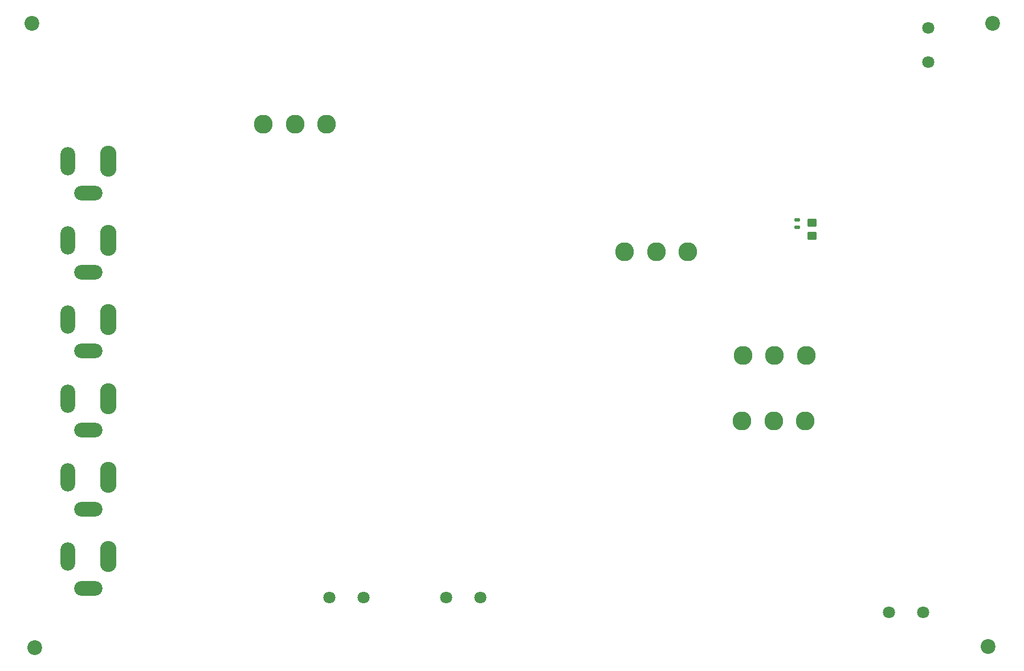
<source format=gbr>
%TF.GenerationSoftware,KiCad,Pcbnew,7.0.6-0*%
%TF.CreationDate,2024-04-24T17:51:10-03:00*%
%TF.ProjectId,Buoy,42756f79-2e6b-4696-9361-645f70636258,rev?*%
%TF.SameCoordinates,Original*%
%TF.FileFunction,Soldermask,Bot*%
%TF.FilePolarity,Negative*%
%FSLAX46Y46*%
G04 Gerber Fmt 4.6, Leading zero omitted, Abs format (unit mm)*
G04 Created by KiCad (PCBNEW 7.0.6-0) date 2024-04-24 17:51:10*
%MOMM*%
%LPD*%
G01*
G04 APERTURE LIST*
G04 Aperture macros list*
%AMRoundRect*
0 Rectangle with rounded corners*
0 $1 Rounding radius*
0 $2 $3 $4 $5 $6 $7 $8 $9 X,Y pos of 4 corners*
0 Add a 4 corners polygon primitive as box body*
4,1,4,$2,$3,$4,$5,$6,$7,$8,$9,$2,$3,0*
0 Add four circle primitives for the rounded corners*
1,1,$1+$1,$2,$3*
1,1,$1+$1,$4,$5*
1,1,$1+$1,$6,$7*
1,1,$1+$1,$8,$9*
0 Add four rect primitives between the rounded corners*
20,1,$1+$1,$2,$3,$4,$5,0*
20,1,$1+$1,$4,$5,$6,$7,0*
20,1,$1+$1,$6,$7,$8,$9,0*
20,1,$1+$1,$8,$9,$2,$3,0*%
G04 Aperture macros list end*
%ADD10C,2.200000*%
%ADD11C,2.804000*%
%ADD12C,1.803400*%
%ADD13O,2.404000X4.604000*%
%ADD14O,2.204000X4.204000*%
%ADD15O,4.204000X2.204000*%
%ADD16RoundRect,0.126500X-0.275500X0.150500X-0.275500X-0.150500X0.275500X-0.150500X0.275500X0.150500X0*%
%ADD17RoundRect,0.250000X-0.450000X0.350000X-0.450000X-0.350000X0.450000X-0.350000X0.450000X0.350000X0*%
G04 APERTURE END LIST*
D10*
%TO.C,*%
X80230000Y-136590000D03*
%TD*%
D11*
%TO.C,SW4*%
X185440000Y-93180000D03*
X190140000Y-93180000D03*
X194840000Y-93180000D03*
%TD*%
D10*
%TO.C,*%
X222520000Y-43800000D03*
%TD*%
D11*
%TO.C,SW2*%
X177277500Y-77732500D03*
X172577500Y-77732500D03*
X167877500Y-77732500D03*
%TD*%
D12*
%TO.C,J7*%
X124003400Y-129185000D03*
X129083400Y-129185000D03*
%TD*%
D13*
%TO.C,J5*%
X91161750Y-111313500D03*
D14*
X85161750Y-111313500D03*
D15*
X88161750Y-116013500D03*
%TD*%
D13*
%TO.C,J2*%
X91161750Y-76063500D03*
D14*
X85161750Y-76063500D03*
D15*
X88161750Y-80763500D03*
%TD*%
D10*
%TO.C,*%
X221850000Y-136390000D03*
%TD*%
D13*
%TO.C,J1*%
X91161750Y-64313500D03*
D14*
X85161750Y-64313500D03*
D15*
X88161750Y-69013500D03*
%TD*%
D11*
%TO.C,SW3*%
X185330000Y-102860000D03*
X190030000Y-102860000D03*
X194730000Y-102860000D03*
%TD*%
D13*
%TO.C,J3*%
X91161750Y-87813500D03*
D14*
X85161750Y-87813500D03*
D15*
X88161750Y-92513500D03*
%TD*%
D12*
%TO.C,J14*%
X212955000Y-49516600D03*
X212955000Y-44436600D03*
%TD*%
D13*
%TO.C,J4*%
X91161750Y-99563500D03*
D14*
X85161750Y-99563500D03*
D15*
X88161750Y-104263500D03*
%TD*%
D13*
%TO.C,J6*%
X91161750Y-123063500D03*
D14*
X85161750Y-123063500D03*
D15*
X88161750Y-127763500D03*
%TD*%
D10*
%TO.C,*%
X79790000Y-43820000D03*
%TD*%
D12*
%TO.C,J8*%
X207153400Y-131365000D03*
X212233400Y-131365000D03*
%TD*%
D11*
%TO.C,SW1*%
X114220000Y-58800000D03*
X118920000Y-58800000D03*
X123620000Y-58800000D03*
%TD*%
D12*
%TO.C,J11*%
X141322693Y-129185707D03*
X146402693Y-129185707D03*
%TD*%
D16*
%TO.C,TH1*%
X193517500Y-73050000D03*
X193517500Y-74100000D03*
%TD*%
D17*
%TO.C,R3*%
X195727500Y-73405000D03*
X195727500Y-75405000D03*
%TD*%
M02*

</source>
